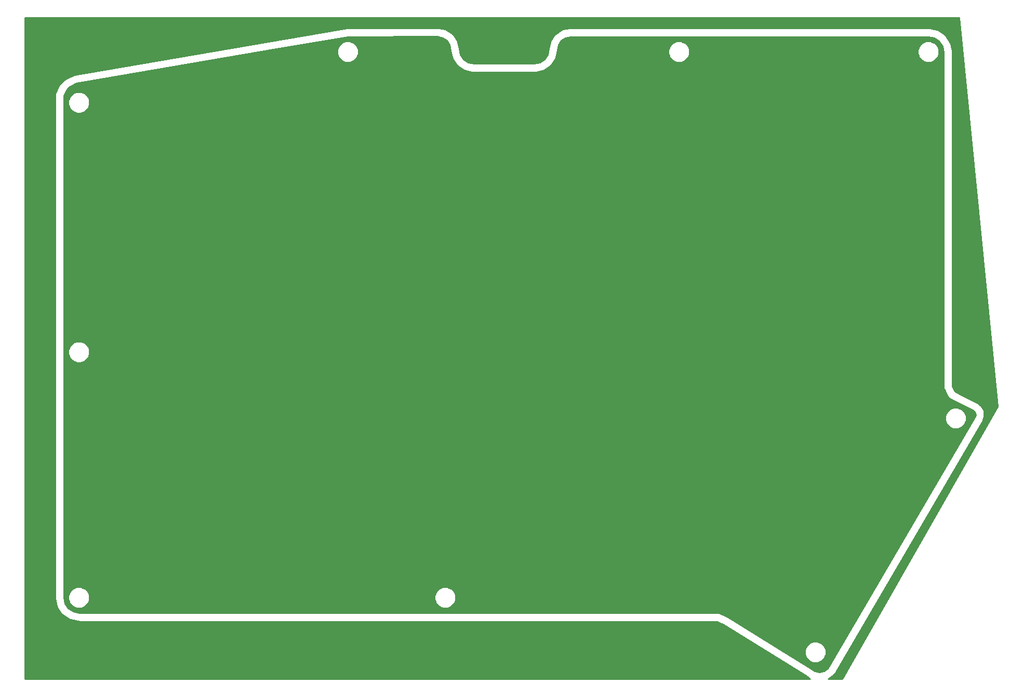
<source format=gbr>
G04 #@! TF.FileFunction,Copper,L1,Top,Signal*
%FSLAX46Y46*%
G04 Gerber Fmt 4.6, Leading zero omitted, Abs format (unit mm)*
G04 Created by KiCad (PCBNEW 4.0.7) date 05/24/18 16:25:35*
%MOMM*%
%LPD*%
G01*
G04 APERTURE LIST*
%ADD10C,0.100000*%
%ADD11C,0.254000*%
G04 APERTURE END LIST*
D10*
D11*
G36*
X222119590Y-101572240D02*
X196776299Y-145923000D01*
X194512345Y-145923000D01*
X195339455Y-145370343D01*
X195354730Y-145355068D01*
X195374154Y-145345620D01*
X195452180Y-145257618D01*
X195535343Y-145174455D01*
X195543609Y-145154500D01*
X195557941Y-145138335D01*
X219687941Y-103863334D01*
X219718265Y-103775572D01*
X219759786Y-103692530D01*
X219906117Y-103158186D01*
X219911969Y-103075845D01*
X219925756Y-102881854D01*
X219856463Y-102332185D01*
X219788136Y-102127207D01*
X219768859Y-102069374D01*
X219494492Y-101588063D01*
X219342200Y-101412470D01*
X219312982Y-101378781D01*
X218875312Y-101039105D01*
X218812764Y-101007831D01*
X218757521Y-100964957D01*
X216217522Y-99694957D01*
X215159203Y-99165797D01*
X214705000Y-98257392D01*
X214705000Y-43815000D01*
X214691358Y-43746416D01*
X214691358Y-43676487D01*
X214449676Y-42461466D01*
X214343661Y-42205526D01*
X214343661Y-42205525D01*
X213655407Y-41175481D01*
X213459519Y-40979593D01*
X212429475Y-40291339D01*
X212173534Y-40185324D01*
X210958514Y-39943642D01*
X210880964Y-39943642D01*
X210812380Y-39930000D01*
X152473660Y-39930000D01*
X152405076Y-39943642D01*
X151243799Y-40156018D01*
X151062822Y-40230982D01*
X150987858Y-40262033D01*
X150082717Y-40866829D01*
X149886829Y-41062717D01*
X149282033Y-41967858D01*
X149282033Y-41967859D01*
X149176018Y-42223799D01*
X148963642Y-43291485D01*
X148963642Y-43291486D01*
X148762833Y-44301023D01*
X148269439Y-45039439D01*
X147531023Y-45532833D01*
X146590069Y-45720000D01*
X136729931Y-45720000D01*
X135788977Y-45532833D01*
X135050561Y-45039439D01*
X134557167Y-44301023D01*
X134356358Y-43291486D01*
X134356358Y-43291485D01*
X134143982Y-42223799D01*
X134037967Y-41967859D01*
X134037967Y-41967858D01*
X133433171Y-41062717D01*
X133237283Y-40866829D01*
X132332142Y-40262033D01*
X132257178Y-40230982D01*
X132076201Y-40156018D01*
X131008514Y-39943642D01*
X130972626Y-39943642D01*
X130878334Y-39924920D01*
X116214914Y-39930000D01*
X116154431Y-39942053D01*
X116085035Y-39940208D01*
X71635036Y-47560208D01*
X71537854Y-47597469D01*
X71437478Y-47624957D01*
X70167478Y-48259957D01*
X70077578Y-48329729D01*
X69982954Y-48392954D01*
X69347954Y-49027954D01*
X69284729Y-49122578D01*
X69214957Y-49212478D01*
X68579957Y-50482478D01*
X68573219Y-50507084D01*
X68559046Y-50528295D01*
X68536844Y-50639913D01*
X68506787Y-50749669D01*
X68509977Y-50774977D01*
X68505000Y-50800000D01*
X68505000Y-132715000D01*
X68518642Y-132783584D01*
X68518642Y-132853514D01*
X68760324Y-134068534D01*
X68841168Y-134263707D01*
X68866339Y-134324475D01*
X69554593Y-135354519D01*
X69750481Y-135550407D01*
X70780525Y-136238661D01*
X70855489Y-136269712D01*
X71036466Y-136344676D01*
X72251487Y-136586358D01*
X72321416Y-136586358D01*
X72390000Y-136600000D01*
X176362392Y-136600000D01*
X177453672Y-137145640D01*
X190750805Y-145377199D01*
X191567655Y-145923000D01*
X63627000Y-145923000D01*
X63627000Y-38227000D01*
X215785066Y-38227000D01*
X222119590Y-101572240D01*
X222119590Y-101572240D01*
G37*
X222119590Y-101572240D02*
X196776299Y-145923000D01*
X194512345Y-145923000D01*
X195339455Y-145370343D01*
X195354730Y-145355068D01*
X195374154Y-145345620D01*
X195452180Y-145257618D01*
X195535343Y-145174455D01*
X195543609Y-145154500D01*
X195557941Y-145138335D01*
X219687941Y-103863334D01*
X219718265Y-103775572D01*
X219759786Y-103692530D01*
X219906117Y-103158186D01*
X219911969Y-103075845D01*
X219925756Y-102881854D01*
X219856463Y-102332185D01*
X219788136Y-102127207D01*
X219768859Y-102069374D01*
X219494492Y-101588063D01*
X219342200Y-101412470D01*
X219312982Y-101378781D01*
X218875312Y-101039105D01*
X218812764Y-101007831D01*
X218757521Y-100964957D01*
X216217522Y-99694957D01*
X215159203Y-99165797D01*
X214705000Y-98257392D01*
X214705000Y-43815000D01*
X214691358Y-43746416D01*
X214691358Y-43676487D01*
X214449676Y-42461466D01*
X214343661Y-42205526D01*
X214343661Y-42205525D01*
X213655407Y-41175481D01*
X213459519Y-40979593D01*
X212429475Y-40291339D01*
X212173534Y-40185324D01*
X210958514Y-39943642D01*
X210880964Y-39943642D01*
X210812380Y-39930000D01*
X152473660Y-39930000D01*
X152405076Y-39943642D01*
X151243799Y-40156018D01*
X151062822Y-40230982D01*
X150987858Y-40262033D01*
X150082717Y-40866829D01*
X149886829Y-41062717D01*
X149282033Y-41967858D01*
X149282033Y-41967859D01*
X149176018Y-42223799D01*
X148963642Y-43291485D01*
X148963642Y-43291486D01*
X148762833Y-44301023D01*
X148269439Y-45039439D01*
X147531023Y-45532833D01*
X146590069Y-45720000D01*
X136729931Y-45720000D01*
X135788977Y-45532833D01*
X135050561Y-45039439D01*
X134557167Y-44301023D01*
X134356358Y-43291486D01*
X134356358Y-43291485D01*
X134143982Y-42223799D01*
X134037967Y-41967859D01*
X134037967Y-41967858D01*
X133433171Y-41062717D01*
X133237283Y-40866829D01*
X132332142Y-40262033D01*
X132257178Y-40230982D01*
X132076201Y-40156018D01*
X131008514Y-39943642D01*
X130972626Y-39943642D01*
X130878334Y-39924920D01*
X116214914Y-39930000D01*
X116154431Y-39942053D01*
X116085035Y-39940208D01*
X71635036Y-47560208D01*
X71537854Y-47597469D01*
X71437478Y-47624957D01*
X70167478Y-48259957D01*
X70077578Y-48329729D01*
X69982954Y-48392954D01*
X69347954Y-49027954D01*
X69284729Y-49122578D01*
X69214957Y-49212478D01*
X68579957Y-50482478D01*
X68573219Y-50507084D01*
X68559046Y-50528295D01*
X68536844Y-50639913D01*
X68506787Y-50749669D01*
X68509977Y-50774977D01*
X68505000Y-50800000D01*
X68505000Y-132715000D01*
X68518642Y-132783584D01*
X68518642Y-132853514D01*
X68760324Y-134068534D01*
X68841168Y-134263707D01*
X68866339Y-134324475D01*
X69554593Y-135354519D01*
X69750481Y-135550407D01*
X70780525Y-136238661D01*
X70855489Y-136269712D01*
X71036466Y-136344676D01*
X72251487Y-136586358D01*
X72321416Y-136586358D01*
X72390000Y-136600000D01*
X176362392Y-136600000D01*
X177453672Y-137145640D01*
X190750805Y-145377199D01*
X191567655Y-145923000D01*
X63627000Y-145923000D01*
X63627000Y-38227000D01*
X215785066Y-38227000D01*
X222119590Y-101572240D01*
G36*
X131660660Y-41521182D02*
X132330947Y-41969053D01*
X132778818Y-42639340D01*
X132963642Y-43568513D01*
X132963642Y-43568514D01*
X133192003Y-44716564D01*
X133251526Y-44860263D01*
X133298018Y-44972505D01*
X133948337Y-45945775D01*
X134144225Y-46141663D01*
X135117495Y-46791982D01*
X135195889Y-46824454D01*
X135373436Y-46897997D01*
X136521487Y-47126358D01*
X136591416Y-47126358D01*
X136660000Y-47140000D01*
X146660000Y-47140000D01*
X146728584Y-47126358D01*
X146798514Y-47126358D01*
X147946564Y-46897997D01*
X148202505Y-46791982D01*
X149175775Y-46141663D01*
X149371663Y-45945775D01*
X150021982Y-44972505D01*
X150087929Y-44813295D01*
X150127997Y-44716564D01*
X150356358Y-43568513D01*
X150364696Y-43526593D01*
X168434677Y-43526593D01*
X168444975Y-43842507D01*
X168444699Y-44158599D01*
X168456184Y-44186395D01*
X168457164Y-44216453D01*
X168677901Y-44749359D01*
X168690954Y-44754581D01*
X168708281Y-44796515D01*
X169195918Y-45285004D01*
X169240149Y-45303370D01*
X169245641Y-45317099D01*
X169541448Y-45428481D01*
X169833373Y-45549699D01*
X169863448Y-45549725D01*
X169891593Y-45560323D01*
X170207507Y-45550025D01*
X170523599Y-45550301D01*
X170551395Y-45538816D01*
X170581453Y-45537836D01*
X171114359Y-45317099D01*
X171119581Y-45304046D01*
X171161515Y-45286719D01*
X171650004Y-44799082D01*
X171668370Y-44754851D01*
X171682099Y-44749359D01*
X171793481Y-44453552D01*
X171914699Y-44161627D01*
X171914725Y-44131552D01*
X171925323Y-44103407D01*
X171915025Y-43787493D01*
X171915252Y-43526593D01*
X209074677Y-43526593D01*
X209084975Y-43842507D01*
X209084699Y-44158599D01*
X209096184Y-44186395D01*
X209097164Y-44216453D01*
X209317901Y-44749359D01*
X209330954Y-44754581D01*
X209348281Y-44796515D01*
X209835918Y-45285004D01*
X209880149Y-45303370D01*
X209885641Y-45317099D01*
X210181448Y-45428481D01*
X210473373Y-45549699D01*
X210503448Y-45549725D01*
X210531593Y-45560323D01*
X210847507Y-45550025D01*
X211163599Y-45550301D01*
X211191395Y-45538816D01*
X211221453Y-45537836D01*
X211754359Y-45317099D01*
X211759581Y-45304046D01*
X211801515Y-45286719D01*
X212290004Y-44799082D01*
X212308370Y-44754851D01*
X212322099Y-44749359D01*
X212433481Y-44453552D01*
X212554699Y-44161627D01*
X212554725Y-44131552D01*
X212565323Y-44103407D01*
X212555025Y-43787493D01*
X212555301Y-43471401D01*
X212543816Y-43443605D01*
X212542836Y-43413547D01*
X212322099Y-42880641D01*
X212309046Y-42875419D01*
X212291719Y-42833485D01*
X211804082Y-42344996D01*
X211759851Y-42326630D01*
X211754359Y-42312901D01*
X211458552Y-42201519D01*
X211166627Y-42080301D01*
X211136552Y-42080275D01*
X211108407Y-42069677D01*
X210792493Y-42079975D01*
X210476401Y-42079699D01*
X210448605Y-42091184D01*
X210418547Y-42092164D01*
X209885641Y-42312901D01*
X209880419Y-42325954D01*
X209838485Y-42343281D01*
X209349996Y-42830918D01*
X209331630Y-42875149D01*
X209317901Y-42880641D01*
X209206519Y-43176448D01*
X209085301Y-43468373D01*
X209085275Y-43498448D01*
X209074677Y-43526593D01*
X171915252Y-43526593D01*
X171915301Y-43471401D01*
X171903816Y-43443605D01*
X171902836Y-43413547D01*
X171682099Y-42880641D01*
X171669046Y-42875419D01*
X171651719Y-42833485D01*
X171164082Y-42344996D01*
X171119851Y-42326630D01*
X171114359Y-42312901D01*
X170818552Y-42201519D01*
X170526627Y-42080301D01*
X170496552Y-42080275D01*
X170468407Y-42069677D01*
X170152493Y-42079975D01*
X169836401Y-42079699D01*
X169808605Y-42091184D01*
X169778547Y-42092164D01*
X169245641Y-42312901D01*
X169240419Y-42325954D01*
X169198485Y-42343281D01*
X168709996Y-42830918D01*
X168691630Y-42875149D01*
X168677901Y-42880641D01*
X168566519Y-43176448D01*
X168445301Y-43468373D01*
X168445275Y-43498448D01*
X168434677Y-43526593D01*
X150364696Y-43526593D01*
X150541182Y-42639340D01*
X150989053Y-41969053D01*
X151659340Y-41521182D01*
X152519931Y-41350000D01*
X210750069Y-41350000D01*
X211757993Y-41550488D01*
X212553183Y-42081817D01*
X213084512Y-42877007D01*
X213285000Y-43884931D01*
X213285000Y-98425000D01*
X213289977Y-98450023D01*
X213286787Y-98475331D01*
X213316844Y-98585087D01*
X213339046Y-98696705D01*
X213353219Y-98717916D01*
X213359957Y-98742522D01*
X213994957Y-100012522D01*
X214049540Y-100082852D01*
X214093628Y-100160193D01*
X214133704Y-100191296D01*
X214164807Y-100231372D01*
X214242148Y-100275460D01*
X214312478Y-100330043D01*
X218059932Y-102203770D01*
X218330790Y-102413983D01*
X218465277Y-102649906D01*
X218499242Y-102919339D01*
X218414897Y-103227337D01*
X194414585Y-144280503D01*
X193793950Y-144695197D01*
X193040002Y-144845167D01*
X192286050Y-144695197D01*
X191529455Y-144189657D01*
X191517877Y-144184861D01*
X191508712Y-144176312D01*
X186889166Y-141316593D01*
X190659677Y-141316593D01*
X190669975Y-141632507D01*
X190669699Y-141948599D01*
X190681184Y-141976395D01*
X190682164Y-142006453D01*
X190902901Y-142539359D01*
X190915954Y-142544581D01*
X190933281Y-142586515D01*
X191420918Y-143075004D01*
X191465149Y-143093370D01*
X191470641Y-143107099D01*
X191766448Y-143218481D01*
X192058373Y-143339699D01*
X192088448Y-143339725D01*
X192116593Y-143350323D01*
X192432507Y-143340025D01*
X192748599Y-143340301D01*
X192776395Y-143328816D01*
X192806453Y-143327836D01*
X193339359Y-143107099D01*
X193344581Y-143094046D01*
X193386515Y-143076719D01*
X193875004Y-142589082D01*
X193893370Y-142544851D01*
X193907099Y-142539359D01*
X194018481Y-142243552D01*
X194139699Y-141951627D01*
X194139725Y-141921552D01*
X194150323Y-141893407D01*
X194140025Y-141577493D01*
X194140301Y-141261401D01*
X194128816Y-141233605D01*
X194127836Y-141203547D01*
X193907099Y-140670641D01*
X193894046Y-140665419D01*
X193876719Y-140623485D01*
X193389082Y-140134996D01*
X193344851Y-140116630D01*
X193339359Y-140102901D01*
X193043552Y-139991519D01*
X192751627Y-139870301D01*
X192721552Y-139870275D01*
X192693407Y-139859677D01*
X192377493Y-139869975D01*
X192061401Y-139869699D01*
X192033605Y-139881184D01*
X192003547Y-139882164D01*
X191470641Y-140102901D01*
X191465419Y-140115954D01*
X191423485Y-140133281D01*
X190934996Y-140620918D01*
X190916630Y-140665149D01*
X190902901Y-140670641D01*
X190791519Y-140966448D01*
X190670301Y-141258373D01*
X190670275Y-141288448D01*
X190659677Y-141316593D01*
X186889166Y-141316593D01*
X178173712Y-135921312D01*
X178143231Y-135909910D01*
X178117522Y-135889957D01*
X176847522Y-135254957D01*
X176822916Y-135248219D01*
X176801705Y-135234046D01*
X176690087Y-135211844D01*
X176580331Y-135181787D01*
X176555023Y-135184977D01*
X176530000Y-135180000D01*
X72459931Y-135180000D01*
X71452007Y-134979512D01*
X70656817Y-134448183D01*
X70125488Y-133652993D01*
X69925000Y-132645069D01*
X69925000Y-132426593D01*
X70644677Y-132426593D01*
X70654975Y-132742507D01*
X70654699Y-133058599D01*
X70666184Y-133086395D01*
X70667164Y-133116453D01*
X70887901Y-133649359D01*
X70900954Y-133654581D01*
X70918281Y-133696515D01*
X71405918Y-134185004D01*
X71450149Y-134203370D01*
X71455641Y-134217099D01*
X71751448Y-134328481D01*
X72043373Y-134449699D01*
X72073448Y-134449725D01*
X72101593Y-134460323D01*
X72417507Y-134450025D01*
X72733599Y-134450301D01*
X72761395Y-134438816D01*
X72791453Y-134437836D01*
X73324359Y-134217099D01*
X73329581Y-134204046D01*
X73371515Y-134186719D01*
X73860004Y-133699082D01*
X73878370Y-133654851D01*
X73892099Y-133649359D01*
X74003481Y-133353552D01*
X74124699Y-133061627D01*
X74124725Y-133031552D01*
X74135323Y-133003407D01*
X74125025Y-132687493D01*
X74125252Y-132426593D01*
X130334677Y-132426593D01*
X130344975Y-132742507D01*
X130344699Y-133058599D01*
X130356184Y-133086395D01*
X130357164Y-133116453D01*
X130577901Y-133649359D01*
X130590954Y-133654581D01*
X130608281Y-133696515D01*
X131095918Y-134185004D01*
X131140149Y-134203370D01*
X131145641Y-134217099D01*
X131441448Y-134328481D01*
X131733373Y-134449699D01*
X131763448Y-134449725D01*
X131791593Y-134460323D01*
X132107507Y-134450025D01*
X132423599Y-134450301D01*
X132451395Y-134438816D01*
X132481453Y-134437836D01*
X133014359Y-134217099D01*
X133019581Y-134204046D01*
X133061515Y-134186719D01*
X133550004Y-133699082D01*
X133568370Y-133654851D01*
X133582099Y-133649359D01*
X133693481Y-133353552D01*
X133814699Y-133061627D01*
X133814725Y-133031552D01*
X133825323Y-133003407D01*
X133815025Y-132687493D01*
X133815301Y-132371401D01*
X133803816Y-132343605D01*
X133802836Y-132313547D01*
X133582099Y-131780641D01*
X133569046Y-131775419D01*
X133551719Y-131733485D01*
X133064082Y-131244996D01*
X133019851Y-131226630D01*
X133014359Y-131212901D01*
X132718552Y-131101519D01*
X132426627Y-130980301D01*
X132396552Y-130980275D01*
X132368407Y-130969677D01*
X132052493Y-130979975D01*
X131736401Y-130979699D01*
X131708605Y-130991184D01*
X131678547Y-130992164D01*
X131145641Y-131212901D01*
X131140419Y-131225954D01*
X131098485Y-131243281D01*
X130609996Y-131730918D01*
X130591630Y-131775149D01*
X130577901Y-131780641D01*
X130466519Y-132076448D01*
X130345301Y-132368373D01*
X130345275Y-132398448D01*
X130334677Y-132426593D01*
X74125252Y-132426593D01*
X74125301Y-132371401D01*
X74113816Y-132343605D01*
X74112836Y-132313547D01*
X73892099Y-131780641D01*
X73879046Y-131775419D01*
X73861719Y-131733485D01*
X73374082Y-131244996D01*
X73329851Y-131226630D01*
X73324359Y-131212901D01*
X73028552Y-131101519D01*
X72736627Y-130980301D01*
X72706552Y-130980275D01*
X72678407Y-130969677D01*
X72362493Y-130979975D01*
X72046401Y-130979699D01*
X72018605Y-130991184D01*
X71988547Y-130992164D01*
X71455641Y-131212901D01*
X71450419Y-131225954D01*
X71408485Y-131243281D01*
X70919996Y-131730918D01*
X70901630Y-131775149D01*
X70887901Y-131780641D01*
X70776519Y-132076448D01*
X70655301Y-132368373D01*
X70655275Y-132398448D01*
X70644677Y-132426593D01*
X69925000Y-132426593D01*
X69925000Y-103216593D01*
X213519677Y-103216593D01*
X213529975Y-103532507D01*
X213529699Y-103848599D01*
X213541184Y-103876395D01*
X213542164Y-103906453D01*
X213762901Y-104439359D01*
X213775954Y-104444581D01*
X213793281Y-104486515D01*
X214280918Y-104975004D01*
X214325149Y-104993370D01*
X214330641Y-105007099D01*
X214626448Y-105118481D01*
X214918373Y-105239699D01*
X214948448Y-105239725D01*
X214976593Y-105250323D01*
X215292507Y-105240025D01*
X215608599Y-105240301D01*
X215636395Y-105228816D01*
X215666453Y-105227836D01*
X216199359Y-105007099D01*
X216204581Y-104994046D01*
X216246515Y-104976719D01*
X216735004Y-104489082D01*
X216753370Y-104444851D01*
X216767099Y-104439359D01*
X216878481Y-104143552D01*
X216999699Y-103851627D01*
X216999725Y-103821552D01*
X217010323Y-103793407D01*
X217000025Y-103477493D01*
X217000301Y-103161401D01*
X216988816Y-103133605D01*
X216987836Y-103103547D01*
X216767099Y-102570641D01*
X216754046Y-102565419D01*
X216736719Y-102523485D01*
X216249082Y-102034996D01*
X216204851Y-102016630D01*
X216199359Y-102002901D01*
X215903552Y-101891519D01*
X215611627Y-101770301D01*
X215581552Y-101770275D01*
X215553407Y-101759677D01*
X215237493Y-101769975D01*
X214921401Y-101769699D01*
X214893605Y-101781184D01*
X214863547Y-101782164D01*
X214330641Y-102002901D01*
X214325419Y-102015954D01*
X214283485Y-102033281D01*
X213794996Y-102520918D01*
X213776630Y-102565149D01*
X213762901Y-102570641D01*
X213651519Y-102866448D01*
X213530301Y-103158373D01*
X213530275Y-103188448D01*
X213519677Y-103216593D01*
X69925000Y-103216593D01*
X69925000Y-92421593D01*
X70644677Y-92421593D01*
X70654975Y-92737507D01*
X70654699Y-93053599D01*
X70666184Y-93081395D01*
X70667164Y-93111453D01*
X70887901Y-93644359D01*
X70900954Y-93649581D01*
X70918281Y-93691515D01*
X71405918Y-94180004D01*
X71450149Y-94198370D01*
X71455641Y-94212099D01*
X71751448Y-94323481D01*
X72043373Y-94444699D01*
X72073448Y-94444725D01*
X72101593Y-94455323D01*
X72417507Y-94445025D01*
X72733599Y-94445301D01*
X72761395Y-94433816D01*
X72791453Y-94432836D01*
X73324359Y-94212099D01*
X73329581Y-94199046D01*
X73371515Y-94181719D01*
X73860004Y-93694082D01*
X73878370Y-93649851D01*
X73892099Y-93644359D01*
X74003481Y-93348552D01*
X74124699Y-93056627D01*
X74124725Y-93026552D01*
X74135323Y-92998407D01*
X74125025Y-92682493D01*
X74125301Y-92366401D01*
X74113816Y-92338605D01*
X74112836Y-92308547D01*
X73892099Y-91775641D01*
X73879046Y-91770419D01*
X73861719Y-91728485D01*
X73374082Y-91239996D01*
X73329851Y-91221630D01*
X73324359Y-91207901D01*
X73028552Y-91096519D01*
X72736627Y-90975301D01*
X72706552Y-90975275D01*
X72678407Y-90964677D01*
X72362493Y-90974975D01*
X72046401Y-90974699D01*
X72018605Y-90986184D01*
X71988547Y-90987164D01*
X71455641Y-91207901D01*
X71450419Y-91220954D01*
X71408485Y-91238281D01*
X70919996Y-91725918D01*
X70901630Y-91770149D01*
X70887901Y-91775641D01*
X70776519Y-92071448D01*
X70655301Y-92363373D01*
X70655275Y-92393448D01*
X70644677Y-92421593D01*
X69925000Y-92421593D01*
X69925000Y-51781593D01*
X70644677Y-51781593D01*
X70654975Y-52097507D01*
X70654699Y-52413599D01*
X70666184Y-52441395D01*
X70667164Y-52471453D01*
X70887901Y-53004359D01*
X70900954Y-53009581D01*
X70918281Y-53051515D01*
X71405918Y-53540004D01*
X71450149Y-53558370D01*
X71455641Y-53572099D01*
X71751448Y-53683481D01*
X72043373Y-53804699D01*
X72073448Y-53804725D01*
X72101593Y-53815323D01*
X72417507Y-53805025D01*
X72733599Y-53805301D01*
X72761395Y-53793816D01*
X72791453Y-53792836D01*
X73324359Y-53572099D01*
X73329581Y-53559046D01*
X73371515Y-53541719D01*
X73860004Y-53054082D01*
X73878370Y-53009851D01*
X73892099Y-53004359D01*
X74003481Y-52708552D01*
X74124699Y-52416627D01*
X74124725Y-52386552D01*
X74135323Y-52358407D01*
X74125025Y-52042493D01*
X74125301Y-51726401D01*
X74113816Y-51698605D01*
X74112836Y-51668547D01*
X73892099Y-51135641D01*
X73879046Y-51130419D01*
X73861719Y-51088485D01*
X73374082Y-50599996D01*
X73329851Y-50581630D01*
X73324359Y-50567901D01*
X73028552Y-50456519D01*
X72736627Y-50335301D01*
X72706552Y-50335275D01*
X72678407Y-50324677D01*
X72362493Y-50334975D01*
X72046401Y-50334699D01*
X72018605Y-50346184D01*
X71988547Y-50347164D01*
X71455641Y-50567901D01*
X71450419Y-50580954D01*
X71408485Y-50598281D01*
X70919996Y-51085918D01*
X70901630Y-51130149D01*
X70887901Y-51135641D01*
X70776519Y-51431448D01*
X70655301Y-51723373D01*
X70655275Y-51753448D01*
X70644677Y-51781593D01*
X69925000Y-51781593D01*
X69925000Y-50967608D01*
X70433516Y-49950576D01*
X70905576Y-49478516D01*
X71978534Y-48942037D01*
X103568626Y-43526593D01*
X114459677Y-43526593D01*
X114469975Y-43842507D01*
X114469699Y-44158599D01*
X114481184Y-44186395D01*
X114482164Y-44216453D01*
X114702901Y-44749359D01*
X114715954Y-44754581D01*
X114733281Y-44796515D01*
X115220918Y-45285004D01*
X115265149Y-45303370D01*
X115270641Y-45317099D01*
X115566448Y-45428481D01*
X115858373Y-45549699D01*
X115888448Y-45549725D01*
X115916593Y-45560323D01*
X116232507Y-45550025D01*
X116548599Y-45550301D01*
X116576395Y-45538816D01*
X116606453Y-45537836D01*
X117139359Y-45317099D01*
X117144581Y-45304046D01*
X117186515Y-45286719D01*
X117675004Y-44799082D01*
X117693370Y-44754851D01*
X117707099Y-44749359D01*
X117818481Y-44453552D01*
X117939699Y-44161627D01*
X117939725Y-44131552D01*
X117950323Y-44103407D01*
X117940025Y-43787493D01*
X117940301Y-43471401D01*
X117928816Y-43443605D01*
X117927836Y-43413547D01*
X117707099Y-42880641D01*
X117694046Y-42875419D01*
X117676719Y-42833485D01*
X117189082Y-42344996D01*
X117144851Y-42326630D01*
X117139359Y-42312901D01*
X116843552Y-42201519D01*
X116551627Y-42080301D01*
X116521552Y-42080275D01*
X116493407Y-42069677D01*
X116177493Y-42079975D01*
X115861401Y-42079699D01*
X115833605Y-42091184D01*
X115803547Y-42092164D01*
X115270641Y-42312901D01*
X115265419Y-42325954D01*
X115223485Y-42343281D01*
X114734996Y-42830918D01*
X114716630Y-42875149D01*
X114702901Y-42880641D01*
X114591519Y-43176448D01*
X114470301Y-43468373D01*
X114470275Y-43498448D01*
X114459677Y-43526593D01*
X103568626Y-43526593D01*
X116265519Y-41349983D01*
X130774711Y-41344956D01*
X131660660Y-41521182D01*
X131660660Y-41521182D01*
G37*
X131660660Y-41521182D02*
X132330947Y-41969053D01*
X132778818Y-42639340D01*
X132963642Y-43568513D01*
X132963642Y-43568514D01*
X133192003Y-44716564D01*
X133251526Y-44860263D01*
X133298018Y-44972505D01*
X133948337Y-45945775D01*
X134144225Y-46141663D01*
X135117495Y-46791982D01*
X135195889Y-46824454D01*
X135373436Y-46897997D01*
X136521487Y-47126358D01*
X136591416Y-47126358D01*
X136660000Y-47140000D01*
X146660000Y-47140000D01*
X146728584Y-47126358D01*
X146798514Y-47126358D01*
X147946564Y-46897997D01*
X148202505Y-46791982D01*
X149175775Y-46141663D01*
X149371663Y-45945775D01*
X150021982Y-44972505D01*
X150087929Y-44813295D01*
X150127997Y-44716564D01*
X150356358Y-43568513D01*
X150364696Y-43526593D01*
X168434677Y-43526593D01*
X168444975Y-43842507D01*
X168444699Y-44158599D01*
X168456184Y-44186395D01*
X168457164Y-44216453D01*
X168677901Y-44749359D01*
X168690954Y-44754581D01*
X168708281Y-44796515D01*
X169195918Y-45285004D01*
X169240149Y-45303370D01*
X169245641Y-45317099D01*
X169541448Y-45428481D01*
X169833373Y-45549699D01*
X169863448Y-45549725D01*
X169891593Y-45560323D01*
X170207507Y-45550025D01*
X170523599Y-45550301D01*
X170551395Y-45538816D01*
X170581453Y-45537836D01*
X171114359Y-45317099D01*
X171119581Y-45304046D01*
X171161515Y-45286719D01*
X171650004Y-44799082D01*
X171668370Y-44754851D01*
X171682099Y-44749359D01*
X171793481Y-44453552D01*
X171914699Y-44161627D01*
X171914725Y-44131552D01*
X171925323Y-44103407D01*
X171915025Y-43787493D01*
X171915252Y-43526593D01*
X209074677Y-43526593D01*
X209084975Y-43842507D01*
X209084699Y-44158599D01*
X209096184Y-44186395D01*
X209097164Y-44216453D01*
X209317901Y-44749359D01*
X209330954Y-44754581D01*
X209348281Y-44796515D01*
X209835918Y-45285004D01*
X209880149Y-45303370D01*
X209885641Y-45317099D01*
X210181448Y-45428481D01*
X210473373Y-45549699D01*
X210503448Y-45549725D01*
X210531593Y-45560323D01*
X210847507Y-45550025D01*
X211163599Y-45550301D01*
X211191395Y-45538816D01*
X211221453Y-45537836D01*
X211754359Y-45317099D01*
X211759581Y-45304046D01*
X211801515Y-45286719D01*
X212290004Y-44799082D01*
X212308370Y-44754851D01*
X212322099Y-44749359D01*
X212433481Y-44453552D01*
X212554699Y-44161627D01*
X212554725Y-44131552D01*
X212565323Y-44103407D01*
X212555025Y-43787493D01*
X212555301Y-43471401D01*
X212543816Y-43443605D01*
X212542836Y-43413547D01*
X212322099Y-42880641D01*
X212309046Y-42875419D01*
X212291719Y-42833485D01*
X211804082Y-42344996D01*
X211759851Y-42326630D01*
X211754359Y-42312901D01*
X211458552Y-42201519D01*
X211166627Y-42080301D01*
X211136552Y-42080275D01*
X211108407Y-42069677D01*
X210792493Y-42079975D01*
X210476401Y-42079699D01*
X210448605Y-42091184D01*
X210418547Y-42092164D01*
X209885641Y-42312901D01*
X209880419Y-42325954D01*
X209838485Y-42343281D01*
X209349996Y-42830918D01*
X209331630Y-42875149D01*
X209317901Y-42880641D01*
X209206519Y-43176448D01*
X209085301Y-43468373D01*
X209085275Y-43498448D01*
X209074677Y-43526593D01*
X171915252Y-43526593D01*
X171915301Y-43471401D01*
X171903816Y-43443605D01*
X171902836Y-43413547D01*
X171682099Y-42880641D01*
X171669046Y-42875419D01*
X171651719Y-42833485D01*
X171164082Y-42344996D01*
X171119851Y-42326630D01*
X171114359Y-42312901D01*
X170818552Y-42201519D01*
X170526627Y-42080301D01*
X170496552Y-42080275D01*
X170468407Y-42069677D01*
X170152493Y-42079975D01*
X169836401Y-42079699D01*
X169808605Y-42091184D01*
X169778547Y-42092164D01*
X169245641Y-42312901D01*
X169240419Y-42325954D01*
X169198485Y-42343281D01*
X168709996Y-42830918D01*
X168691630Y-42875149D01*
X168677901Y-42880641D01*
X168566519Y-43176448D01*
X168445301Y-43468373D01*
X168445275Y-43498448D01*
X168434677Y-43526593D01*
X150364696Y-43526593D01*
X150541182Y-42639340D01*
X150989053Y-41969053D01*
X151659340Y-41521182D01*
X152519931Y-41350000D01*
X210750069Y-41350000D01*
X211757993Y-41550488D01*
X212553183Y-42081817D01*
X213084512Y-42877007D01*
X213285000Y-43884931D01*
X213285000Y-98425000D01*
X213289977Y-98450023D01*
X213286787Y-98475331D01*
X213316844Y-98585087D01*
X213339046Y-98696705D01*
X213353219Y-98717916D01*
X213359957Y-98742522D01*
X213994957Y-100012522D01*
X214049540Y-100082852D01*
X214093628Y-100160193D01*
X214133704Y-100191296D01*
X214164807Y-100231372D01*
X214242148Y-100275460D01*
X214312478Y-100330043D01*
X218059932Y-102203770D01*
X218330790Y-102413983D01*
X218465277Y-102649906D01*
X218499242Y-102919339D01*
X218414897Y-103227337D01*
X194414585Y-144280503D01*
X193793950Y-144695197D01*
X193040002Y-144845167D01*
X192286050Y-144695197D01*
X191529455Y-144189657D01*
X191517877Y-144184861D01*
X191508712Y-144176312D01*
X186889166Y-141316593D01*
X190659677Y-141316593D01*
X190669975Y-141632507D01*
X190669699Y-141948599D01*
X190681184Y-141976395D01*
X190682164Y-142006453D01*
X190902901Y-142539359D01*
X190915954Y-142544581D01*
X190933281Y-142586515D01*
X191420918Y-143075004D01*
X191465149Y-143093370D01*
X191470641Y-143107099D01*
X191766448Y-143218481D01*
X192058373Y-143339699D01*
X192088448Y-143339725D01*
X192116593Y-143350323D01*
X192432507Y-143340025D01*
X192748599Y-143340301D01*
X192776395Y-143328816D01*
X192806453Y-143327836D01*
X193339359Y-143107099D01*
X193344581Y-143094046D01*
X193386515Y-143076719D01*
X193875004Y-142589082D01*
X193893370Y-142544851D01*
X193907099Y-142539359D01*
X194018481Y-142243552D01*
X194139699Y-141951627D01*
X194139725Y-141921552D01*
X194150323Y-141893407D01*
X194140025Y-141577493D01*
X194140301Y-141261401D01*
X194128816Y-141233605D01*
X194127836Y-141203547D01*
X193907099Y-140670641D01*
X193894046Y-140665419D01*
X193876719Y-140623485D01*
X193389082Y-140134996D01*
X193344851Y-140116630D01*
X193339359Y-140102901D01*
X193043552Y-139991519D01*
X192751627Y-139870301D01*
X192721552Y-139870275D01*
X192693407Y-139859677D01*
X192377493Y-139869975D01*
X192061401Y-139869699D01*
X192033605Y-139881184D01*
X192003547Y-139882164D01*
X191470641Y-140102901D01*
X191465419Y-140115954D01*
X191423485Y-140133281D01*
X190934996Y-140620918D01*
X190916630Y-140665149D01*
X190902901Y-140670641D01*
X190791519Y-140966448D01*
X190670301Y-141258373D01*
X190670275Y-141288448D01*
X190659677Y-141316593D01*
X186889166Y-141316593D01*
X178173712Y-135921312D01*
X178143231Y-135909910D01*
X178117522Y-135889957D01*
X176847522Y-135254957D01*
X176822916Y-135248219D01*
X176801705Y-135234046D01*
X176690087Y-135211844D01*
X176580331Y-135181787D01*
X176555023Y-135184977D01*
X176530000Y-135180000D01*
X72459931Y-135180000D01*
X71452007Y-134979512D01*
X70656817Y-134448183D01*
X70125488Y-133652993D01*
X69925000Y-132645069D01*
X69925000Y-132426593D01*
X70644677Y-132426593D01*
X70654975Y-132742507D01*
X70654699Y-133058599D01*
X70666184Y-133086395D01*
X70667164Y-133116453D01*
X70887901Y-133649359D01*
X70900954Y-133654581D01*
X70918281Y-133696515D01*
X71405918Y-134185004D01*
X71450149Y-134203370D01*
X71455641Y-134217099D01*
X71751448Y-134328481D01*
X72043373Y-134449699D01*
X72073448Y-134449725D01*
X72101593Y-134460323D01*
X72417507Y-134450025D01*
X72733599Y-134450301D01*
X72761395Y-134438816D01*
X72791453Y-134437836D01*
X73324359Y-134217099D01*
X73329581Y-134204046D01*
X73371515Y-134186719D01*
X73860004Y-133699082D01*
X73878370Y-133654851D01*
X73892099Y-133649359D01*
X74003481Y-133353552D01*
X74124699Y-133061627D01*
X74124725Y-133031552D01*
X74135323Y-133003407D01*
X74125025Y-132687493D01*
X74125252Y-132426593D01*
X130334677Y-132426593D01*
X130344975Y-132742507D01*
X130344699Y-133058599D01*
X130356184Y-133086395D01*
X130357164Y-133116453D01*
X130577901Y-133649359D01*
X130590954Y-133654581D01*
X130608281Y-133696515D01*
X131095918Y-134185004D01*
X131140149Y-134203370D01*
X131145641Y-134217099D01*
X131441448Y-134328481D01*
X131733373Y-134449699D01*
X131763448Y-134449725D01*
X131791593Y-134460323D01*
X132107507Y-134450025D01*
X132423599Y-134450301D01*
X132451395Y-134438816D01*
X132481453Y-134437836D01*
X133014359Y-134217099D01*
X133019581Y-134204046D01*
X133061515Y-134186719D01*
X133550004Y-133699082D01*
X133568370Y-133654851D01*
X133582099Y-133649359D01*
X133693481Y-133353552D01*
X133814699Y-133061627D01*
X133814725Y-133031552D01*
X133825323Y-133003407D01*
X133815025Y-132687493D01*
X133815301Y-132371401D01*
X133803816Y-132343605D01*
X133802836Y-132313547D01*
X133582099Y-131780641D01*
X133569046Y-131775419D01*
X133551719Y-131733485D01*
X133064082Y-131244996D01*
X133019851Y-131226630D01*
X133014359Y-131212901D01*
X132718552Y-131101519D01*
X132426627Y-130980301D01*
X132396552Y-130980275D01*
X132368407Y-130969677D01*
X132052493Y-130979975D01*
X131736401Y-130979699D01*
X131708605Y-130991184D01*
X131678547Y-130992164D01*
X131145641Y-131212901D01*
X131140419Y-131225954D01*
X131098485Y-131243281D01*
X130609996Y-131730918D01*
X130591630Y-131775149D01*
X130577901Y-131780641D01*
X130466519Y-132076448D01*
X130345301Y-132368373D01*
X130345275Y-132398448D01*
X130334677Y-132426593D01*
X74125252Y-132426593D01*
X74125301Y-132371401D01*
X74113816Y-132343605D01*
X74112836Y-132313547D01*
X73892099Y-131780641D01*
X73879046Y-131775419D01*
X73861719Y-131733485D01*
X73374082Y-131244996D01*
X73329851Y-131226630D01*
X73324359Y-131212901D01*
X73028552Y-131101519D01*
X72736627Y-130980301D01*
X72706552Y-130980275D01*
X72678407Y-130969677D01*
X72362493Y-130979975D01*
X72046401Y-130979699D01*
X72018605Y-130991184D01*
X71988547Y-130992164D01*
X71455641Y-131212901D01*
X71450419Y-131225954D01*
X71408485Y-131243281D01*
X70919996Y-131730918D01*
X70901630Y-131775149D01*
X70887901Y-131780641D01*
X70776519Y-132076448D01*
X70655301Y-132368373D01*
X70655275Y-132398448D01*
X70644677Y-132426593D01*
X69925000Y-132426593D01*
X69925000Y-103216593D01*
X213519677Y-103216593D01*
X213529975Y-103532507D01*
X213529699Y-103848599D01*
X213541184Y-103876395D01*
X213542164Y-103906453D01*
X213762901Y-104439359D01*
X213775954Y-104444581D01*
X213793281Y-104486515D01*
X214280918Y-104975004D01*
X214325149Y-104993370D01*
X214330641Y-105007099D01*
X214626448Y-105118481D01*
X214918373Y-105239699D01*
X214948448Y-105239725D01*
X214976593Y-105250323D01*
X215292507Y-105240025D01*
X215608599Y-105240301D01*
X215636395Y-105228816D01*
X215666453Y-105227836D01*
X216199359Y-105007099D01*
X216204581Y-104994046D01*
X216246515Y-104976719D01*
X216735004Y-104489082D01*
X216753370Y-104444851D01*
X216767099Y-104439359D01*
X216878481Y-104143552D01*
X216999699Y-103851627D01*
X216999725Y-103821552D01*
X217010323Y-103793407D01*
X217000025Y-103477493D01*
X217000301Y-103161401D01*
X216988816Y-103133605D01*
X216987836Y-103103547D01*
X216767099Y-102570641D01*
X216754046Y-102565419D01*
X216736719Y-102523485D01*
X216249082Y-102034996D01*
X216204851Y-102016630D01*
X216199359Y-102002901D01*
X215903552Y-101891519D01*
X215611627Y-101770301D01*
X215581552Y-101770275D01*
X215553407Y-101759677D01*
X215237493Y-101769975D01*
X214921401Y-101769699D01*
X214893605Y-101781184D01*
X214863547Y-101782164D01*
X214330641Y-102002901D01*
X214325419Y-102015954D01*
X214283485Y-102033281D01*
X213794996Y-102520918D01*
X213776630Y-102565149D01*
X213762901Y-102570641D01*
X213651519Y-102866448D01*
X213530301Y-103158373D01*
X213530275Y-103188448D01*
X213519677Y-103216593D01*
X69925000Y-103216593D01*
X69925000Y-92421593D01*
X70644677Y-92421593D01*
X70654975Y-92737507D01*
X70654699Y-93053599D01*
X70666184Y-93081395D01*
X70667164Y-93111453D01*
X70887901Y-93644359D01*
X70900954Y-93649581D01*
X70918281Y-93691515D01*
X71405918Y-94180004D01*
X71450149Y-94198370D01*
X71455641Y-94212099D01*
X71751448Y-94323481D01*
X72043373Y-94444699D01*
X72073448Y-94444725D01*
X72101593Y-94455323D01*
X72417507Y-94445025D01*
X72733599Y-94445301D01*
X72761395Y-94433816D01*
X72791453Y-94432836D01*
X73324359Y-94212099D01*
X73329581Y-94199046D01*
X73371515Y-94181719D01*
X73860004Y-93694082D01*
X73878370Y-93649851D01*
X73892099Y-93644359D01*
X74003481Y-93348552D01*
X74124699Y-93056627D01*
X74124725Y-93026552D01*
X74135323Y-92998407D01*
X74125025Y-92682493D01*
X74125301Y-92366401D01*
X74113816Y-92338605D01*
X74112836Y-92308547D01*
X73892099Y-91775641D01*
X73879046Y-91770419D01*
X73861719Y-91728485D01*
X73374082Y-91239996D01*
X73329851Y-91221630D01*
X73324359Y-91207901D01*
X73028552Y-91096519D01*
X72736627Y-90975301D01*
X72706552Y-90975275D01*
X72678407Y-90964677D01*
X72362493Y-90974975D01*
X72046401Y-90974699D01*
X72018605Y-90986184D01*
X71988547Y-90987164D01*
X71455641Y-91207901D01*
X71450419Y-91220954D01*
X71408485Y-91238281D01*
X70919996Y-91725918D01*
X70901630Y-91770149D01*
X70887901Y-91775641D01*
X70776519Y-92071448D01*
X70655301Y-92363373D01*
X70655275Y-92393448D01*
X70644677Y-92421593D01*
X69925000Y-92421593D01*
X69925000Y-51781593D01*
X70644677Y-51781593D01*
X70654975Y-52097507D01*
X70654699Y-52413599D01*
X70666184Y-52441395D01*
X70667164Y-52471453D01*
X70887901Y-53004359D01*
X70900954Y-53009581D01*
X70918281Y-53051515D01*
X71405918Y-53540004D01*
X71450149Y-53558370D01*
X71455641Y-53572099D01*
X71751448Y-53683481D01*
X72043373Y-53804699D01*
X72073448Y-53804725D01*
X72101593Y-53815323D01*
X72417507Y-53805025D01*
X72733599Y-53805301D01*
X72761395Y-53793816D01*
X72791453Y-53792836D01*
X73324359Y-53572099D01*
X73329581Y-53559046D01*
X73371515Y-53541719D01*
X73860004Y-53054082D01*
X73878370Y-53009851D01*
X73892099Y-53004359D01*
X74003481Y-52708552D01*
X74124699Y-52416627D01*
X74124725Y-52386552D01*
X74135323Y-52358407D01*
X74125025Y-52042493D01*
X74125301Y-51726401D01*
X74113816Y-51698605D01*
X74112836Y-51668547D01*
X73892099Y-51135641D01*
X73879046Y-51130419D01*
X73861719Y-51088485D01*
X73374082Y-50599996D01*
X73329851Y-50581630D01*
X73324359Y-50567901D01*
X73028552Y-50456519D01*
X72736627Y-50335301D01*
X72706552Y-50335275D01*
X72678407Y-50324677D01*
X72362493Y-50334975D01*
X72046401Y-50334699D01*
X72018605Y-50346184D01*
X71988547Y-50347164D01*
X71455641Y-50567901D01*
X71450419Y-50580954D01*
X71408485Y-50598281D01*
X70919996Y-51085918D01*
X70901630Y-51130149D01*
X70887901Y-51135641D01*
X70776519Y-51431448D01*
X70655301Y-51723373D01*
X70655275Y-51753448D01*
X70644677Y-51781593D01*
X69925000Y-51781593D01*
X69925000Y-50967608D01*
X70433516Y-49950576D01*
X70905576Y-49478516D01*
X71978534Y-48942037D01*
X103568626Y-43526593D01*
X114459677Y-43526593D01*
X114469975Y-43842507D01*
X114469699Y-44158599D01*
X114481184Y-44186395D01*
X114482164Y-44216453D01*
X114702901Y-44749359D01*
X114715954Y-44754581D01*
X114733281Y-44796515D01*
X115220918Y-45285004D01*
X115265149Y-45303370D01*
X115270641Y-45317099D01*
X115566448Y-45428481D01*
X115858373Y-45549699D01*
X115888448Y-45549725D01*
X115916593Y-45560323D01*
X116232507Y-45550025D01*
X116548599Y-45550301D01*
X116576395Y-45538816D01*
X116606453Y-45537836D01*
X117139359Y-45317099D01*
X117144581Y-45304046D01*
X117186515Y-45286719D01*
X117675004Y-44799082D01*
X117693370Y-44754851D01*
X117707099Y-44749359D01*
X117818481Y-44453552D01*
X117939699Y-44161627D01*
X117939725Y-44131552D01*
X117950323Y-44103407D01*
X117940025Y-43787493D01*
X117940301Y-43471401D01*
X117928816Y-43443605D01*
X117927836Y-43413547D01*
X117707099Y-42880641D01*
X117694046Y-42875419D01*
X117676719Y-42833485D01*
X117189082Y-42344996D01*
X117144851Y-42326630D01*
X117139359Y-42312901D01*
X116843552Y-42201519D01*
X116551627Y-42080301D01*
X116521552Y-42080275D01*
X116493407Y-42069677D01*
X116177493Y-42079975D01*
X115861401Y-42079699D01*
X115833605Y-42091184D01*
X115803547Y-42092164D01*
X115270641Y-42312901D01*
X115265419Y-42325954D01*
X115223485Y-42343281D01*
X114734996Y-42830918D01*
X114716630Y-42875149D01*
X114702901Y-42880641D01*
X114591519Y-43176448D01*
X114470301Y-43468373D01*
X114470275Y-43498448D01*
X114459677Y-43526593D01*
X103568626Y-43526593D01*
X116265519Y-41349983D01*
X130774711Y-41344956D01*
X131660660Y-41521182D01*
M02*

</source>
